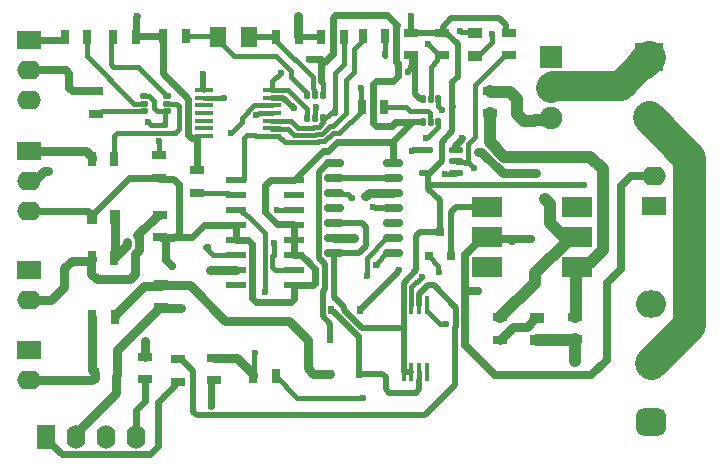
<source format=gtl>
G04*
G04 #@! TF.GenerationSoftware,Altium Limited,Altium Designer,22.5.1 (42)*
G04*
G04 Layer_Physical_Order=1*
G04 Layer_Color=255*
%FSLAX44Y44*%
%MOMM*%
G71*
G04*
G04 #@! TF.SameCoordinates,7BE4DF7C-7C26-4D94-8E65-31FE19049D94*
G04*
G04*
G04 #@! TF.FilePolarity,Positive*
G04*
G01*
G75*
%ADD16C,0.5000*%
G04:AMPARAMS|DCode=19|XSize=1.7mm|YSize=0.6mm|CornerRadius=0.15mm|HoleSize=0mm|Usage=FLASHONLY|Rotation=180.000|XOffset=0mm|YOffset=0mm|HoleType=Round|Shape=RoundedRectangle|*
%AMROUNDEDRECTD19*
21,1,1.7000,0.3000,0,0,180.0*
21,1,1.4000,0.6000,0,0,180.0*
1,1,0.3000,-0.7000,0.1500*
1,1,0.3000,0.7000,0.1500*
1,1,0.3000,0.7000,-0.1500*
1,1,0.3000,-0.7000,-0.1500*
%
%ADD19ROUNDEDRECTD19*%
%ADD20R,1.3000X0.7000*%
%ADD21R,2.5000X1.7000*%
%ADD22R,0.5588X0.6858*%
%ADD23R,1.7000X0.6000*%
G04:AMPARAMS|DCode=24|XSize=0.7mm|YSize=0.43mm|CornerRadius=0.1075mm|HoleSize=0mm|Usage=FLASHONLY|Rotation=90.000|XOffset=0mm|YOffset=0mm|HoleType=Round|Shape=RoundedRectangle|*
%AMROUNDEDRECTD24*
21,1,0.7000,0.2150,0,0,90.0*
21,1,0.4850,0.4300,0,0,90.0*
1,1,0.2150,0.1075,0.2425*
1,1,0.2150,0.1075,-0.2425*
1,1,0.2150,-0.1075,-0.2425*
1,1,0.2150,-0.1075,0.2425*
%
%ADD24ROUNDEDRECTD24*%
G04:AMPARAMS|DCode=25|XSize=1.21mm|YSize=0.59mm|CornerRadius=0.1475mm|HoleSize=0mm|Usage=FLASHONLY|Rotation=180.000|XOffset=0mm|YOffset=0mm|HoleType=Round|Shape=RoundedRectangle|*
%AMROUNDEDRECTD25*
21,1,1.2100,0.2950,0,0,180.0*
21,1,0.9150,0.5900,0,0,180.0*
1,1,0.2950,-0.4575,0.1475*
1,1,0.2950,0.4575,0.1475*
1,1,0.2950,0.4575,-0.1475*
1,1,0.2950,-0.4575,-0.1475*
%
%ADD25ROUNDEDRECTD25*%
G04:AMPARAMS|DCode=26|XSize=1.5mm|YSize=0.38mm|CornerRadius=0.0475mm|HoleSize=0mm|Usage=FLASHONLY|Rotation=90.000|XOffset=0mm|YOffset=0mm|HoleType=Round|Shape=RoundedRectangle|*
%AMROUNDEDRECTD26*
21,1,1.5000,0.2850,0,0,90.0*
21,1,1.4050,0.3800,0,0,90.0*
1,1,0.0950,0.1425,0.7025*
1,1,0.0950,0.1425,-0.7025*
1,1,0.0950,-0.1425,-0.7025*
1,1,0.0950,-0.1425,0.7025*
%
%ADD26ROUNDEDRECTD26*%
%ADD27R,0.8000X0.8000*%
%ADD28R,1.3000X0.9000*%
G04:AMPARAMS|DCode=29|XSize=1.55mm|YSize=0.35mm|CornerRadius=0.0438mm|HoleSize=0mm|Usage=FLASHONLY|Rotation=180.000|XOffset=0mm|YOffset=0mm|HoleType=Round|Shape=RoundedRectangle|*
%AMROUNDEDRECTD29*
21,1,1.5500,0.2625,0,0,180.0*
21,1,1.4625,0.3500,0,0,180.0*
1,1,0.0875,-0.7313,0.1313*
1,1,0.0875,0.7313,0.1313*
1,1,0.0875,0.7313,-0.1313*
1,1,0.0875,-0.7313,-0.1313*
%
%ADD29ROUNDEDRECTD29*%
%ADD30R,0.7000X1.3000*%
%ADD31R,1.4400X1.8200*%
G04:AMPARAMS|DCode=32|XSize=0.7mm|YSize=0.43mm|CornerRadius=0.1075mm|HoleSize=0mm|Usage=FLASHONLY|Rotation=0.000|XOffset=0mm|YOffset=0mm|HoleType=Round|Shape=RoundedRectangle|*
%AMROUNDEDRECTD32*
21,1,0.7000,0.2150,0,0,0.0*
21,1,0.4850,0.4300,0,0,0.0*
1,1,0.2150,0.2425,-0.1075*
1,1,0.2150,-0.2425,-0.1075*
1,1,0.2150,-0.2425,0.1075*
1,1,0.2150,0.2425,0.1075*
%
%ADD32ROUNDEDRECTD32*%
%ADD33R,0.9000X1.3000*%
%ADD60C,0.4000*%
%ADD61C,0.8000*%
%ADD62C,0.5500*%
%ADD63C,1.0000*%
%ADD64C,0.7000*%
%ADD65C,0.4500*%
%ADD66C,0.6000*%
%ADD67C,2.8000*%
%ADD68C,2.5000*%
G04:AMPARAMS|DCode=69|XSize=2.54mm|YSize=2.3mm|CornerRadius=0.575mm|HoleSize=0mm|Usage=FLASHONLY|Rotation=180.000|XOffset=0mm|YOffset=0mm|HoleType=Round|Shape=RoundedRectangle|*
%AMROUNDEDRECTD69*
21,1,2.5400,1.1500,0,0,180.0*
21,1,1.3900,2.3000,0,0,180.0*
1,1,1.1500,-0.6950,0.5750*
1,1,1.1500,0.6950,0.5750*
1,1,1.1500,0.6950,-0.5750*
1,1,1.1500,-0.6950,-0.5750*
%
%ADD69ROUNDEDRECTD69*%
%ADD70O,2.5400X2.3000*%
%ADD71R,2.0000X1.6000*%
%ADD72O,2.0000X1.6000*%
%ADD73R,1.9100X1.9100*%
%ADD74C,1.9100*%
%ADD75R,1.6000X2.0000*%
%ADD76O,1.6000X2.0000*%
%ADD77R,2.4000X2.4000*%
%ADD78C,2.4000*%
%ADD79C,0.6000*%
D16*
X287808Y136365D02*
Y137000D01*
X288102Y136071D02*
X288948D01*
X287808Y136365D02*
X288102Y136071D01*
X288948D02*
X311090Y113929D01*
Y113294D02*
X311384Y113000D01*
X311090Y113294D02*
Y113929D01*
X365264Y153700D02*
X365700D01*
X362250Y141700D02*
Y150686D01*
X365700Y153700D02*
X370000Y158000D01*
X362250Y150686D02*
X365264Y153700D01*
X370000Y158000D02*
X374657D01*
X367000Y48000D02*
X393000Y74000D01*
Y122393D02*
X393500Y122893D01*
X393000Y74000D02*
Y122393D01*
X374657Y158000D02*
X393500Y139157D01*
Y122893D02*
Y139157D01*
X356164Y296103D02*
X356267Y296000D01*
X363000D01*
X207450Y158550D02*
X213000D01*
X277500Y181215D02*
Y253900D01*
X284500Y260900D02*
X290000D01*
X290500Y261400D01*
X277500Y253900D02*
X284500Y260900D01*
X349250Y141700D02*
Y160343D01*
X173929Y48000D02*
X367000D01*
X171000Y50929D02*
X173929Y48000D01*
X171000Y50929D02*
Y85500D01*
X389296Y184400D02*
Y219767D01*
X389500Y182900D02*
Y184196D01*
X389296Y184400D02*
X389500Y184196D01*
X389296Y219767D02*
X393529Y224000D01*
X331071Y83000D02*
X334000Y80071D01*
Y69929D02*
X336929Y67000D01*
X362350Y69929D02*
Y78318D01*
X359421Y67000D02*
X362350Y69929D01*
X336929Y67000D02*
X359421D01*
X334000Y69929D02*
Y80071D01*
X311192Y83000D02*
X331071D01*
X393529Y224000D02*
X420000D01*
X237700Y317000D02*
X247000D01*
X256000Y308000D01*
X277500Y181215D02*
X282500Y176215D01*
X280514Y131707D02*
Y152968D01*
X282500Y154954D02*
Y176215D01*
X280514Y152968D02*
X282500Y154954D01*
X280514Y131707D02*
X287000Y125221D01*
X349250Y122000D02*
Y141700D01*
X290500Y248700D02*
X340000D01*
X323549Y224497D02*
X323820D01*
X325017Y223300D02*
X340000D01*
X323820Y224497D02*
X325017Y223300D01*
X161000Y95500D02*
X171000Y85500D01*
X158000Y95500D02*
X161000D01*
X313121Y137929D02*
X344809Y169617D01*
Y170809D02*
X345000Y171000D01*
X344809Y169617D02*
Y170809D01*
X356771Y272500D02*
X368450D01*
X356271Y272000D02*
X356771Y272500D01*
X356000Y272000D02*
X356271D01*
X312486Y137929D02*
X313121D01*
X312192Y137635D02*
X312486Y137929D01*
X312192Y137000D02*
Y137635D01*
X287000Y113000D02*
Y125221D01*
X311192Y83000D02*
X311288Y83096D01*
Y112904D01*
X311384Y113000D01*
X179750Y323500D02*
X180300D01*
X179000Y324250D02*
Y337000D01*
Y324250D02*
X179750Y323500D01*
X359000Y320071D02*
X363071Y316000D01*
X359000Y320071D02*
Y352050D01*
X355000Y353050D02*
X358000D01*
X359000Y352050D01*
X349250Y84300D02*
X355750D01*
X260775Y368275D02*
X279225D01*
X279500Y368550D01*
X260500Y368000D02*
X260775Y368275D01*
X218360Y368000D02*
X241500D01*
D19*
X290500Y185200D02*
D03*
Y197900D02*
D03*
Y210600D02*
D03*
Y223300D02*
D03*
X290500Y236000D02*
D03*
X290500Y248700D02*
D03*
Y261400D02*
D03*
X340000D02*
D03*
Y248700D02*
D03*
Y236000D02*
D03*
X340000Y223300D02*
D03*
X340000Y210600D02*
D03*
Y197900D02*
D03*
Y185200D02*
D03*
D20*
X355000Y353050D02*
D03*
Y372050D02*
D03*
X142000Y268000D02*
D03*
Y249000D02*
D03*
X143000Y199000D02*
D03*
Y218000D02*
D03*
X438000Y372050D02*
D03*
Y353050D02*
D03*
X382000Y372050D02*
D03*
Y353050D02*
D03*
X431000Y131000D02*
D03*
Y112000D02*
D03*
X494000Y112500D02*
D03*
Y131500D02*
D03*
X422000Y323000D02*
D03*
Y304000D02*
D03*
X88490Y322500D02*
D03*
Y303500D02*
D03*
X174000Y236500D02*
D03*
Y255500D02*
D03*
X158000Y95500D02*
D03*
Y76500D02*
D03*
X189000Y96500D02*
D03*
Y77500D02*
D03*
X130000Y97500D02*
D03*
Y78500D02*
D03*
D21*
X496200Y173200D02*
D03*
X420000D02*
D03*
X496200Y224000D02*
D03*
Y198600D02*
D03*
X420000D02*
D03*
Y224000D02*
D03*
D22*
X312192Y137000D02*
D03*
X287808D02*
D03*
X286808Y83000D02*
D03*
X311192D02*
D03*
X287000Y113000D02*
D03*
X311384D02*
D03*
D23*
X207450Y247450D02*
D03*
Y234750D02*
D03*
Y222050D02*
D03*
Y209350D02*
D03*
Y196650D02*
D03*
Y183950D02*
D03*
Y171250D02*
D03*
Y158550D02*
D03*
X256550Y247450D02*
D03*
Y234750D02*
D03*
Y222050D02*
D03*
Y209350D02*
D03*
Y196650D02*
D03*
Y183950D02*
D03*
Y171250D02*
D03*
Y158550D02*
D03*
D24*
X267500Y319000D02*
D03*
X274000D02*
D03*
X280500D02*
D03*
Y299600D02*
D03*
X274000D02*
D03*
X267500D02*
D03*
X365500Y296600D02*
D03*
X372000D02*
D03*
X378500D02*
D03*
Y316000D02*
D03*
X372000D02*
D03*
X365500D02*
D03*
D25*
X368450Y253500D02*
D03*
X368450Y272500D02*
D03*
X393550D02*
D03*
X393550Y263000D02*
D03*
X393550Y253500D02*
D03*
D26*
X349250Y141700D02*
D03*
X355750D02*
D03*
X362250D02*
D03*
X368750D02*
D03*
Y84300D02*
D03*
X362250D02*
D03*
X355750D02*
D03*
X349250D02*
D03*
D27*
X380000Y203000D02*
D03*
X389500Y182900D02*
D03*
X370500D02*
D03*
D28*
X144000Y139000D02*
D03*
Y158000D02*
D03*
X410000Y371540D02*
D03*
Y352540D02*
D03*
X462000Y130500D02*
D03*
Y111500D02*
D03*
D29*
X180300Y284500D02*
D03*
Y291000D02*
D03*
Y297500D02*
D03*
Y304000D02*
D03*
Y310500D02*
D03*
Y317000D02*
D03*
Y323500D02*
D03*
X237700D02*
D03*
Y317000D02*
D03*
Y310500D02*
D03*
Y304000D02*
D03*
Y297500D02*
D03*
Y291000D02*
D03*
Y284500D02*
D03*
D30*
X333500Y369000D02*
D03*
X314500D02*
D03*
X279500Y368550D02*
D03*
X298500D02*
D03*
X260500Y368000D02*
D03*
X241500D02*
D03*
X145500Y369000D02*
D03*
X164500D02*
D03*
X81500Y368550D02*
D03*
X62500D02*
D03*
X241000Y81000D02*
D03*
X222000D02*
D03*
X332500Y309000D02*
D03*
X313500D02*
D03*
X103990Y265000D02*
D03*
X84990D02*
D03*
X103500Y368550D02*
D03*
X122500D02*
D03*
X84990Y181000D02*
D03*
X103990D02*
D03*
X85500Y131000D02*
D03*
X104500D02*
D03*
X87500Y82000D02*
D03*
X106500D02*
D03*
D31*
X191640Y368000D02*
D03*
X218360D02*
D03*
D32*
X129300Y318500D02*
D03*
Y312000D02*
D03*
Y305500D02*
D03*
X148700D02*
D03*
Y312000D02*
D03*
Y318500D02*
D03*
D33*
X104500Y216000D02*
D03*
X85500D02*
D03*
D60*
X369460Y283383D02*
X378350Y292273D01*
Y296450D02*
X378500Y296600D01*
X378350Y292273D02*
Y296450D01*
X368000Y283000D02*
X368383Y283383D01*
X369460D01*
X242000Y222000D02*
X242025Y222025D01*
X256525D02*
X256550Y222050D01*
X242025Y222025D02*
X256525D01*
X222600Y310500D02*
X237700D01*
X212242Y300141D02*
X222600Y310500D01*
X224000Y302000D02*
X224541D01*
X203000Y287000D02*
X212242Y296242D01*
X226291Y303750D02*
X237450D01*
X224541Y302000D02*
X226291Y303750D01*
X212242Y296242D02*
Y300141D01*
X274000Y299600D02*
X274150Y299750D01*
Y307609D01*
X275000Y308459D02*
Y309000D01*
X274150Y307609D02*
X275000Y308459D01*
X300000Y303985D02*
Y332000D01*
X287453Y304178D02*
X291000D01*
X286562Y293000D02*
X289015D01*
X300000Y303985D01*
X281084Y297809D02*
X287453Y304178D01*
X251500Y323500D02*
X267500Y307500D01*
Y299600D02*
Y307500D01*
X364451Y164938D02*
X364805D01*
X355750Y156237D02*
X364451Y164938D01*
X237700Y330700D02*
X245000Y338000D01*
X205740Y352000D02*
X240900D01*
X237700Y323500D02*
Y330700D01*
X253483Y334367D02*
Y339417D01*
X240900Y352000D02*
X253483Y339417D01*
X384617Y125383D02*
X385000Y125000D01*
X379667Y125383D02*
X384617D01*
X368850Y136200D02*
X379667Y125383D01*
X354500Y306000D02*
X369657D01*
X351500Y309000D02*
X354500Y306000D01*
X371850Y296750D02*
Y303807D01*
X369657Y306000D02*
X371850Y303807D01*
X232000Y152000D02*
Y201957D01*
X241500Y365000D02*
X272165Y334335D01*
X273650Y321646D02*
Y323527D01*
X272165Y325012D02*
X273650Y323527D01*
Y321646D02*
X273850Y321446D01*
Y319150D02*
Y321446D01*
X272165Y325012D02*
Y334335D01*
X253483Y334367D02*
X267350Y320500D01*
Y319150D02*
X267500Y319000D01*
X267350Y319150D02*
Y320500D01*
X273850Y319150D02*
X274000Y319000D01*
X354785Y341827D02*
Y343786D01*
X352500Y339541D02*
X354785Y341827D01*
X352500Y339000D02*
Y339541D01*
X354785Y343786D02*
X355000Y344000D01*
Y353050D01*
X279662Y286100D02*
X286562Y293000D01*
X282148Y280100D02*
X289048Y287000D01*
X277886Y280100D02*
X282148D01*
X274401Y285100D02*
X275401Y286100D01*
X276886Y279100D02*
X277886Y280100D01*
X275401Y286100D02*
X279662D01*
X289048Y287000D02*
X294500D01*
X237950Y290750D02*
X251058D01*
X237700Y291000D02*
X237950Y290750D01*
X272416Y291600D02*
X272916Y292100D01*
X259400Y291600D02*
X272416D01*
X251058Y290750D02*
X256708Y285100D01*
X277177Y292100D02*
X281084Y296007D01*
Y297809D01*
X272916Y292100D02*
X277177D01*
X256708Y285100D02*
X274401D01*
X404000Y262657D02*
Y277842D01*
X410000Y283842D01*
Y328050D01*
X404000Y262657D02*
X404657Y262000D01*
X248600Y279100D02*
X276886D01*
X294500Y287000D02*
X313500Y306000D01*
X243200Y284500D02*
X248600Y279100D01*
X237700Y284500D02*
X243200D01*
X253500Y297500D02*
X259400Y291600D01*
X410000Y328050D02*
X435000Y353050D01*
X355750Y141700D02*
Y156237D01*
X259000Y63000D02*
X315000D01*
X423617Y364157D02*
Y370617D01*
X412000Y352540D02*
X423617Y364157D01*
Y370617D02*
X424000Y371000D01*
X410000Y352540D02*
X412000D01*
X409000Y257000D02*
Y257541D01*
X404657Y261884D02*
Y262000D01*
Y261884D02*
X409000Y257541D01*
X378650Y309729D02*
X381500Y306879D01*
X378650Y309729D02*
Y315850D01*
X371850Y296750D02*
X372000Y296600D01*
X237700Y323500D02*
X251500D01*
X384541Y252000D02*
X385091Y252550D01*
X392600D02*
X393550Y253500D01*
X385091Y252550D02*
X392600D01*
X384000Y252000D02*
X384541D01*
X381500Y306338D02*
Y306879D01*
X378500Y316000D02*
X378650Y315850D01*
X238000Y173593D02*
X240343Y171250D01*
X238000Y173593D02*
Y183026D01*
X239000Y184026D01*
X217607Y216350D02*
X232000Y201957D01*
X240343Y171250D02*
X256550D01*
X239000Y184026D02*
Y194000D01*
X237700Y297500D02*
X253500D01*
X213950Y282657D02*
X216293Y285000D01*
X213950Y248450D02*
Y282657D01*
X216293Y285000D02*
X223700D01*
X223950Y284750D02*
X237450D01*
X223700Y285000D02*
X223950Y284750D01*
X237450D02*
X237700Y284500D01*
X156657Y312000D02*
X159000Y309657D01*
Y290343D02*
Y309657D01*
X155657Y287000D02*
X159000Y290343D01*
X148700Y312000D02*
X156657D01*
X370500Y182900D02*
X378617Y174783D01*
Y169383D02*
Y174783D01*
Y169383D02*
X379000Y169000D01*
X241000Y81000D02*
X259000Y63000D01*
X393550Y263000D02*
X394500Y262050D01*
X401293D01*
X401343Y262000D01*
X404657D01*
X435000Y353050D02*
X438000D01*
X301904Y235000D02*
X304781Y232123D01*
X305322D01*
X290500Y236000D02*
X291500Y235000D01*
X301904D01*
X237450Y303750D02*
X237700Y304000D01*
X326383Y177083D02*
X334500Y185200D01*
X326383Y175383D02*
Y177083D01*
X334500Y185200D02*
X340000D01*
X326000Y175000D02*
X326383Y175383D01*
X318000Y181400D02*
X334500Y197900D01*
X318000Y166000D02*
Y181400D01*
X334500Y197900D02*
X340000D01*
X313250Y309250D02*
Y324750D01*
X313000Y325000D02*
X313250Y324750D01*
Y309250D02*
X313500Y309000D01*
Y306000D02*
Y309000D01*
X300000Y332000D02*
X307000Y339000D01*
X133000Y296000D02*
X135000Y294000D01*
X147000D01*
X106343Y287000D02*
X155657D01*
X210950Y222050D02*
X216650Y216350D01*
X207450Y222050D02*
X210950D01*
X216650Y216350D02*
X217607D01*
X181227Y190773D02*
X188050Y183950D01*
X181227Y190773D02*
X183346D01*
X188050Y183950D02*
X207450D01*
X200200Y236500D02*
X201950Y234750D01*
X207450D01*
X174000Y236500D02*
X200200D01*
X207450Y247450D02*
X212950D01*
X213950Y248450D01*
X291000Y304178D02*
Y338000D01*
X332500Y309000D02*
X351500D01*
X307000Y339000D02*
Y358500D01*
X314500Y366000D02*
Y369000D01*
X307000Y358500D02*
X314500Y366000D01*
X333500Y352500D02*
Y369000D01*
X333000Y352000D02*
Y354000D01*
Y352000D02*
X333500Y352500D01*
X191640Y366100D02*
X205740Y352000D01*
X191640Y366100D02*
Y368000D01*
X241500Y365000D02*
Y368000D01*
X362250Y79250D02*
Y84300D01*
X291000Y338000D02*
X298500Y345500D01*
Y368550D01*
X180300Y317000D02*
X197000D01*
X370000Y362000D02*
X370050D01*
X379000Y353050D02*
X382000D01*
X370050Y362000D02*
X379000Y353050D01*
X397383Y372617D02*
X408923D01*
X410000Y371540D01*
X397000Y373000D02*
X397383Y372617D01*
X377500Y351550D02*
X379000Y353050D01*
X377500Y348550D02*
Y351550D01*
X379000Y353050D02*
X382000D01*
X372000Y343050D02*
X377500Y348550D01*
X372000Y316000D02*
Y343050D01*
X363071Y316000D02*
X365500D01*
X222000Y81000D02*
X222617Y81617D01*
Y100617D01*
X223000Y101000D01*
X81000Y352000D02*
Y368050D01*
Y352000D02*
X121000Y312000D01*
X129300D01*
X124200Y343000D02*
X147200Y320000D01*
X101000Y345343D02*
Y363050D01*
X103343Y343000D02*
X124200D01*
X101000Y345343D02*
X103343Y343000D01*
X147350Y318500D02*
X148700D01*
X147200Y318650D02*
Y320000D01*
Y318650D02*
X147350Y318500D01*
X138000Y307843D02*
Y313977D01*
X129450Y318350D02*
X133627D01*
X138000Y313977D01*
X147383Y294383D02*
Y305467D01*
X147000Y294000D02*
X147383Y294383D01*
X147350Y305500D02*
X147383Y305467D01*
X103990Y284647D02*
X106343Y287000D01*
X147350Y305500D02*
X148700D01*
X140343D02*
X147350D01*
X142000Y268000D02*
Y280000D01*
X103500Y365550D02*
Y368550D01*
X101000Y363050D02*
X103500Y365550D01*
X88490Y303500D02*
X91490D01*
X93490Y305500D02*
X129300D01*
X91490Y303500D02*
X93490Y305500D01*
X129300Y318500D02*
X129450Y318350D01*
X138000Y307843D02*
X140343Y305500D01*
X103990Y265000D02*
Y284647D01*
X190640Y369000D02*
X191640Y368000D01*
X164500Y369000D02*
X190640D01*
X81000Y368050D02*
X81500Y368550D01*
D61*
X36165Y246600D02*
X44565Y255000D01*
X48000D01*
X32000Y246600D02*
X36165D01*
X412000Y271000D02*
X415000D01*
X433000Y253000D02*
X461000D01*
X415000Y271000D02*
X433000Y253000D01*
X72000Y33000D02*
X106000Y67000D01*
Y81500D02*
X106500Y82000D01*
X106000Y67000D02*
Y81500D01*
X72000Y30000D02*
Y33000D01*
X106500Y82000D02*
Y103500D01*
X142000Y139000D01*
X130000Y97500D02*
Y110858D01*
X142000Y139000D02*
X144000D01*
X161000D01*
X144000Y158000D02*
X168000D01*
X198000Y128000D01*
X252000D01*
X306900Y197900D02*
X307000Y198000D01*
X290500Y197900D02*
X306900D01*
X316049Y233445D02*
X317547D01*
X320102Y236000D02*
X340000D01*
X317547Y233445D02*
X320102Y236000D01*
X185000Y171000D02*
X207200D01*
X207450Y171250D01*
X125000Y187868D02*
Y199142D01*
X122000Y184868D02*
X125000Y187868D01*
X123571Y200571D02*
X125000Y199142D01*
X122000Y167686D02*
Y184868D01*
X123571Y200571D02*
X141000Y218000D01*
X115000Y192010D02*
Y195000D01*
X103990Y181000D02*
X115000Y192010D01*
X141000Y218000D02*
X143000D01*
X117314Y163000D02*
X122000Y167686D01*
X222000Y81000D02*
Y83000D01*
X189000Y96500D02*
X208500D01*
X222000Y83000D01*
X272686Y83000D02*
X286808D01*
X268000Y87686D02*
X272686Y83000D01*
X268000Y87686D02*
Y112000D01*
X252000Y128000D02*
X254996Y125004D01*
X268000Y112000D01*
X442000Y123000D02*
X453500D01*
X431000Y112000D02*
X442000Y123000D01*
X453500D02*
X460500Y130000D01*
X85100Y77600D02*
X87500Y80000D01*
Y82000D01*
X32000Y77600D02*
X85100D01*
X85500Y86000D02*
X87500Y84000D01*
Y82000D02*
Y84000D01*
X85500Y86000D02*
Y131000D01*
X129000Y157500D02*
X143500D01*
X104500Y131000D02*
Y133000D01*
X129000Y157500D01*
X143500D02*
X144000Y158000D01*
X84490Y167686D02*
Y178804D01*
X89176Y163000D02*
X117314D01*
X84490Y167686D02*
X89176Y163000D01*
X62000Y157000D02*
Y172314D01*
X84990Y179304D02*
Y181000D01*
X84490Y178804D02*
X84990Y179304D01*
X68490Y178804D02*
X84490D01*
X62000Y172314D02*
X68490Y178804D01*
X50600Y145600D02*
X62000Y157000D01*
X32000Y145600D02*
X50600D01*
X103990Y183000D02*
X104500Y183510D01*
Y216000D01*
X103990Y181000D02*
Y183000D01*
X84990Y265000D02*
Y267000D01*
X32000Y272000D02*
X79990D01*
X84990Y267000D01*
X260000Y369050D02*
X260775Y368275D01*
X260000Y386000D02*
X260000Y386000D01*
Y369050D02*
Y386000D01*
D62*
X298664Y137234D02*
X313898Y122000D01*
X349250D01*
X298664Y137234D02*
Y139438D01*
X290000Y148102D02*
Y184700D01*
Y148102D02*
X298664Y139438D01*
X360000Y171093D02*
Y200071D01*
X349250Y160343D02*
X360000Y171093D01*
X370000Y243000D02*
X502000D01*
X390500Y302893D02*
Y330176D01*
X395000Y334676D02*
Y362050D01*
X390500Y330176D02*
X395000Y334676D01*
X385000Y372050D02*
X395000Y362050D01*
X390500Y288500D02*
Y302893D01*
X381500Y279500D02*
X390500Y288500D01*
X390617Y309107D02*
Y309606D01*
X381500Y263450D02*
Y279500D01*
X371550Y253500D02*
X381500Y263450D01*
X370000Y239929D02*
X380000Y229929D01*
X390000Y302393D02*
X390500Y302893D01*
X380000Y203000D02*
Y229929D01*
X290500Y210600D02*
X314071D01*
X317000Y191000D02*
Y207671D01*
X314071Y210600D02*
X317000Y207671D01*
X311200Y185200D02*
X317000Y191000D01*
X290500Y185200D02*
X311200D01*
X349250Y84300D02*
Y122000D01*
X290000Y184700D02*
X290500Y185200D01*
X290500D01*
X355000Y372050D02*
Y386000D01*
X435500Y372550D02*
Y378814D01*
X382500Y372550D02*
Y376814D01*
X430314Y384000D02*
X435500Y378814D01*
X355000Y372050D02*
X382000D01*
X435500Y372550D02*
X437500D01*
X382000Y372050D02*
X382500Y372550D01*
Y376814D02*
X389686Y384000D01*
X437500Y372550D02*
X438000Y372050D01*
X389686Y384000D02*
X430314D01*
X370000Y239929D02*
Y253050D01*
X368450Y253500D02*
X371550D01*
X362929Y203000D02*
X380000D01*
X360000Y200071D02*
X362929Y203000D01*
D63*
X507142Y267000D02*
X518000Y256142D01*
Y187558D02*
Y256142D01*
X507142Y176700D02*
X518000Y187558D01*
X422000Y279556D02*
X434556Y267000D01*
X422000Y279556D02*
Y304000D01*
X434556Y267000D02*
X507142D01*
X469000Y231000D02*
X473000Y227000D01*
Y211000D02*
Y227000D01*
X460275Y160275D02*
Y168175D01*
X431000Y131000D02*
X460275Y160275D01*
Y168175D02*
X488050Y195950D01*
X494000Y94000D02*
Y112500D01*
X499700Y176700D02*
X507142D01*
X495100Y172100D02*
X499700Y176700D01*
X473000Y211000D02*
X488050Y195950D01*
X445000Y302858D02*
Y316142D01*
X423000Y322000D02*
X439142D01*
X445000Y316142D01*
X422000Y323000D02*
X423000Y322000D01*
X460401Y298259D02*
X472259D01*
X474000Y300000D01*
X459142Y297000D02*
X460401Y298259D01*
X450858Y297000D02*
X459142D01*
X445000Y302858D02*
X450858Y297000D01*
X494000Y131500D02*
X495100Y132600D01*
Y172100D01*
X493500Y112000D02*
X494000Y112500D01*
X462000Y111500D02*
X462500Y112000D01*
X493500D01*
D64*
X401101Y151840D02*
X402758Y153497D01*
X412174D01*
X401101Y151840D02*
X401500Y151440D01*
X401101Y151840D02*
Y183701D01*
X416000Y198600D01*
X401000Y119080D02*
X401500Y119580D01*
Y151440D01*
X401000Y107272D02*
Y119080D01*
X421600Y197000D02*
X440000D01*
X441000Y196000D01*
X440000Y197000D02*
X457000D01*
X420000Y198600D02*
X421600Y197000D01*
X401000Y107272D02*
X426272Y82000D01*
X416000Y198600D02*
X420000D01*
X426272Y82000D02*
X508000D01*
X521000Y95000D02*
Y160000D01*
X508000Y82000D02*
X521000Y95000D01*
Y160000D02*
X533000Y172000D01*
Y242000D01*
X541400Y250400D01*
X561000D01*
X147686Y179314D02*
Y198000D01*
Y179314D02*
X153000Y174000D01*
X32000Y340180D02*
X32180Y340000D01*
X63071D02*
X66000Y337071D01*
Y325429D02*
Y337071D01*
X32180Y340000D02*
X63071D01*
X68929Y322500D02*
X88490D01*
X66000Y325429D02*
X68929Y322500D01*
D65*
X365400Y296000D02*
X365500Y296100D01*
Y296600D01*
X363000Y296000D02*
X365400D01*
X280500Y319000D02*
Y329500D01*
X279165Y330835D02*
X280500Y329500D01*
D66*
X154314Y198000D02*
X155314Y199000D01*
X147686Y198000D02*
X154314D01*
X279165Y330835D02*
Y349835D01*
X323000Y295343D02*
Y328657D01*
X340000Y279939D02*
X356164Y296103D01*
X342034D02*
X356164D01*
X338932Y293000D02*
X342034Y296103D01*
X343586Y378414D02*
X343586D01*
X325343Y293000D02*
X338932D01*
X323000Y295343D02*
X325343Y293000D01*
X270050Y175950D02*
X274000Y172000D01*
X267121Y179250D02*
X270050Y176321D01*
X266750Y179250D02*
X267121D01*
X274000Y160000D02*
Y172000D01*
X256550Y183950D02*
X262050D01*
X266750Y179250D01*
X270050Y175950D02*
Y176321D01*
X221000Y147515D02*
Y193135D01*
X207450Y196650D02*
X217485D01*
X221000Y147515D02*
X224515Y144000D01*
X217485Y196650D02*
X221000Y193135D01*
X224515Y144000D02*
X254207D01*
X335000Y387000D02*
X343586Y378414D01*
X344000Y335101D02*
Y346272D01*
X343000Y347272D02*
Y377828D01*
X325343Y331000D02*
X339899D01*
X344000Y335101D01*
X343000Y347272D02*
X344000Y346272D01*
X343000Y377828D02*
X343586Y378414D01*
X256550Y247450D02*
X281200Y272100D01*
X285461D01*
X292361Y279000D01*
X236686Y247450D02*
X256550D01*
X292361Y279000D02*
X308000D01*
X339062D01*
X392626Y276367D02*
X398942Y282684D01*
X339062Y279000D02*
X340000Y279939D01*
X268923Y349835D02*
X279165D01*
X282000Y347000D01*
X186000Y55500D02*
Y77000D01*
X282000Y347000D02*
X289000Y354000D01*
Y384657D01*
X134000Y15000D02*
X141000Y22000D01*
X130000Y59953D02*
Y78500D01*
X122800Y30000D02*
Y52753D01*
X141000Y59500D02*
X154500Y73000D01*
X122800Y52753D02*
X130000Y59953D01*
X141000Y22000D02*
Y59500D01*
X59600Y15000D02*
X134000D01*
X323000Y328657D02*
X325343Y331000D01*
X289000Y384657D02*
X291343Y387000D01*
X335000D01*
X340000Y261400D02*
Y279939D01*
X254207Y144000D02*
X256550Y146343D01*
Y158550D01*
X232000Y242764D02*
X236686Y247450D01*
X232000Y220000D02*
Y242764D01*
X255550Y210350D02*
X256550Y209350D01*
X241650Y210350D02*
X255550D01*
X232000Y220000D02*
X241650Y210350D01*
X256550Y196650D02*
Y209350D01*
Y183950D02*
Y196650D01*
Y158550D02*
X272550D01*
X274000Y160000D01*
X155314Y199000D02*
X159000Y202686D01*
X155314Y199000D02*
X170000D01*
X143000D02*
X155314D01*
X180350Y209350D02*
X207450D01*
X170000Y199000D02*
X180350Y209350D01*
X207450Y196650D02*
Y209350D01*
X143500Y198500D02*
X147186D01*
X147686Y198000D01*
X159000Y202686D02*
Y243814D01*
X143000Y199000D02*
X143500Y198500D01*
X154314Y248500D02*
X159000Y243814D01*
X142500Y248500D02*
X154314D01*
X142000Y249000D02*
X142500Y248500D01*
X85500Y218000D02*
X116500Y249000D01*
X142000D01*
X85500Y216000D02*
Y218000D01*
X32000Y221200D02*
X82300D01*
X85500Y218000D01*
X167000Y285629D02*
Y316000D01*
Y285629D02*
X169929Y282700D01*
X174000D01*
X145500Y337500D02*
Y369000D01*
Y337500D02*
X167000Y316000D01*
X174000Y255500D02*
Y282700D01*
X186000Y77000D02*
X186500Y77500D01*
X189000D01*
X154500Y73000D02*
Y76000D01*
X155000Y76500D02*
X158000D01*
X154500Y76000D02*
X155000Y76500D01*
X46600Y28000D02*
X59600Y15000D01*
X46600Y28000D02*
Y30000D01*
X122500Y385500D02*
X123000Y386000D01*
X122500Y368550D02*
Y385500D01*
Y368550D02*
X122725Y368775D01*
X145275D01*
X145500Y369000D01*
X62000Y365580D02*
X62500Y366080D01*
Y368550D01*
X32000Y365580D02*
X62000D01*
D67*
X591000Y124530D02*
Y266200D01*
X557000Y300200D02*
X591000Y266200D01*
X559000Y92530D02*
X591000Y124530D01*
X552000Y346000D02*
X557000Y351000D01*
D68*
X475450Y326950D02*
X532950D01*
X474000Y325500D02*
X475450Y326950D01*
X532950D02*
X552000Y346000D01*
D69*
X559000Y42530D02*
D03*
D70*
Y92530D02*
D03*
Y142530D02*
D03*
D71*
X32000Y103000D02*
D03*
X561000Y225000D02*
D03*
X32000Y171000D02*
D03*
Y365580D02*
D03*
Y272000D02*
D03*
D72*
Y77600D02*
D03*
X561000Y250400D02*
D03*
X32000Y145600D02*
D03*
Y314780D02*
D03*
Y340180D02*
D03*
Y221200D02*
D03*
Y246600D02*
D03*
D73*
X474000Y351000D02*
D03*
D74*
X474000Y325500D02*
D03*
Y300000D02*
D03*
D75*
X46600Y30000D02*
D03*
D76*
X72000D02*
D03*
X122800D02*
D03*
X97400D02*
D03*
D77*
X557000Y351000D02*
D03*
D78*
Y300200D02*
D03*
D79*
X368000Y283000D02*
D03*
X242000Y222000D02*
D03*
X224000Y302000D02*
D03*
X275000Y309000D02*
D03*
X291000Y304885D02*
D03*
X48000Y255000D02*
D03*
X364805Y164938D02*
D03*
X412174Y153497D02*
D03*
X245000Y338000D02*
D03*
X385000Y125000D02*
D03*
X356164Y296103D02*
D03*
X213000Y158550D02*
D03*
X232000Y152000D02*
D03*
X352500Y339000D02*
D03*
X412000Y271000D02*
D03*
X308000Y279000D02*
D03*
X268923Y349835D02*
D03*
X469000Y231000D02*
D03*
X457000Y197000D02*
D03*
X461000Y253000D02*
D03*
X398942Y282684D02*
D03*
X186000Y55500D02*
D03*
X494000Y94000D02*
D03*
X502000Y243000D02*
D03*
X315000Y63000D02*
D03*
X424000Y371000D02*
D03*
X409000Y257000D02*
D03*
X256000Y308000D02*
D03*
X384000Y252000D02*
D03*
X381500Y306338D02*
D03*
X130000Y110858D02*
D03*
X153000Y174000D02*
D03*
X161000Y139000D02*
D03*
X307000Y198000D02*
D03*
X290000Y160000D02*
D03*
X239000Y194000D02*
D03*
X323549Y224497D02*
D03*
X316049Y233445D02*
D03*
X203000Y287000D02*
D03*
X379000Y169000D02*
D03*
X305322Y232123D02*
D03*
X326000Y175000D02*
D03*
X345000Y171000D02*
D03*
X313000Y325000D02*
D03*
X133000Y296000D02*
D03*
X318000Y166000D02*
D03*
X183346Y190773D02*
D03*
X333000Y354000D02*
D03*
X355000Y386000D02*
D03*
X356000Y272000D02*
D03*
X197000Y317000D02*
D03*
X179000Y337000D02*
D03*
X185000Y171000D02*
D03*
X115000Y195000D02*
D03*
X370000Y362000D02*
D03*
X397000Y373000D02*
D03*
X223000Y101000D02*
D03*
X147000Y294000D02*
D03*
X142000Y280000D02*
D03*
X260000Y386000D02*
D03*
X123000D02*
D03*
M02*

</source>
